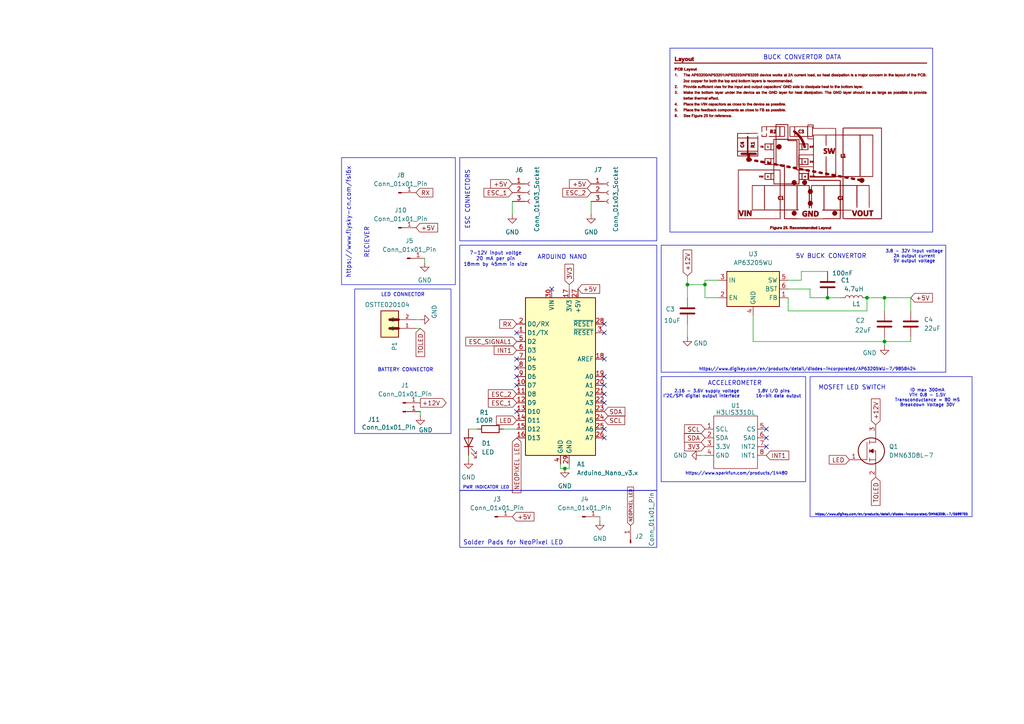
<source format=kicad_sch>
(kicad_sch (version 20250114) (generator "eeschema") (generator_version "9.0")
  (paper "A4")
  (title_block (title "MeltyBrain ") (date "11/17/24") (rev "1") (company "Nathaniel Wheeler"))
  (lib_symbols
    (symbol "Conn_01x01_Pin_1" (pin_names (offset 1.016) (hide yes))
      (property "Reference" "J11" (at -8.382 -2.286 0))
      (property "Value" "Conn_01x01_Pin" (at -4.064 -4.572 0))
      (symbol "Conn_01x01_Pin_1_1_1"
        (pin power_out line (at 5.08 0 180) (length 3.81) (name "Pin_1") (number "1"))
      )
    )
    (symbol "Connector:Conn_01x01_Pin" (pin_names (offset 1.016) (hide yes))
      (property "Reference" "J" (at 0 2.54 0))
      (property "Value" "Conn_01x01_Pin" (at 0 -2.54 0))
      (symbol "Conn_01x01_Pin_1_1"
        (pin passive line (at 5.08 0 180) (length 3.81) (name "Pin_1") (number "1"))
      )
    )
    (symbol "Connector:Conn_01x03_Socket" (pin_names (offset 1.016) (hide yes))
      (property "Reference" "J" (at 0 5.08 0))
      (property "Value" "Conn_01x03_Socket" (at 0 -5.08 0))
      (symbol "Conn_01x03_Socket_1_1"
        (pin passive line (at -5.08 2.54 0) (length 3.81) (name "Pin_1") (number "1"))
        (pin passive line (at -5.08 0 0) (length 3.81) (name "Pin_2") (number "2"))
        (pin passive line (at -5.08 -2.54 0) (length 3.81) (name "Pin_3") (number "3"))
      )
    )
    (symbol "DMN63D8L-7 - lib:DMN63D8L-7" (pin_names (offset 0.762))
      (property "Reference" "Q" (at 11.43 3.81 0))
      (property "Value" "DMN63D8L-7" (at 11.43 1.27 0))
      (symbol "DMN63D8L-7_0_0"
        (pin passive line (at 0 0 0) (length 2.54) (name "~") (number "1"))
        (pin passive line (at 7.62 10.16 270) (length 2.54) (name "~") (number "3"))
        (pin passive line (at 7.62 -5.08 90) (length 2.54) (name "~") (number "2"))
      )
    )
    (symbol "Device:C" (pin_numbers (hide yes)) (pin_names (offset 0.254))
      (property "Reference" "C" (at 0.635 2.54 0))
      (property "Value" "C" (at 0.635 -2.54 0))
      (symbol "C_1_1"
        (pin passive line (at 0 3.81 270) (length 2.794) (name "~") (number "1"))
        (pin passive line (at 0 -3.81 90) (length 2.794) (name "~") (number "2"))
      )
    )
    (symbol "Device:L" (pin_numbers (hide yes)) (pin_names (offset 1.016) (hide yes))
      (property "Reference" "L" (at -1.27 0 90))
      (property "Value" "L" (at 1.905 0 90))
      (symbol "L_1_1"
        (pin passive line (at 0 3.81 270) (length 1.27) (name "1") (number "1"))
        (pin passive line (at 0 -3.81 90) (length 1.27) (name "2") (number "2"))
      )
    )
    (symbol "Device:LED" (pin_numbers (hide yes)) (pin_names (offset 1.016) (hide yes))
      (property "Reference" "D" (at 0 2.54 0))
      (property "Value" "LED" (at 0 -2.54 0))
      (symbol "LED_1_1"
        (pin passive line (at -3.81 0 0) (length 2.54) (name "K") (number "1"))
        (pin passive line (at 3.81 0 180) (length 2.54) (name "A") (number "2"))
      )
    )
    (symbol "Device:R" (pin_numbers (hide yes)) (pin_names (offset 0))
      (property "Reference" "R" (at 2.032 0 90))
      (property "Value" "R" (at 0 0 90))
      (symbol "R_1_1"
        (pin passive line (at 0 3.81 270) (length 1.27) (name "~") (number "1"))
        (pin passive line (at 0 -3.81 90) (length 1.27) (name "~") (number "2"))
      )
    )
    (symbol "MCU_Module:Arduino_Nano_v3.x"
      (property "Reference" "A" (at -10.16 23.495 0))
      (property "Value" "Arduino_Nano_v3.x" (at 5.08 -24.13 0))
      (symbol "Arduino_Nano_v3.x_1_1"
        (pin bidirectional line (at -12.7 15.24 0) (length 2.54) (name "D0/RX") (number "2"))
        (pin bidirectional line (at -12.7 12.7 0) (length 2.54) (name "D1/TX") (number "1"))
        (pin bidirectional line (at -12.7 10.16 0) (length 2.54) (name "D2") (number "5"))
        (pin bidirectional line (at -12.7 7.62 0) (length 2.54) (name "D3") (number "6"))
        (pin bidirectional line (at -12.7 5.08 0) (length 2.54) (name "D4") (number "7"))
        (pin bidirectional line (at -12.7 2.54 0) (length 2.54) (name "D5") (number "8"))
        (pin bidirectional line (at -12.7 0 0) (length 2.54) (name "D6") (number "9"))
        (pin bidirectional line (at -12.7 -2.54 0) (length 2.54) (name "D7") (number "10"))
        (pin bidirectional line (at -12.7 -5.08 0) (length 2.54) (name "D8") (number "11"))
        (pin bidirectional line (at -12.7 -7.62 0) (length 2.54) (name "D9") (number "12"))
        (pin bidirectional line (at -12.7 -10.16 0) (length 2.54) (name "D10") (number "13"))
        (pin bidirectional line (at -12.7 -12.7 0) (length 2.54) (name "D11") (number "14"))
        (pin bidirectional line (at -12.7 -15.24 0) (length 2.54) (name "D12") (number "15"))
        (pin bidirectional line (at -12.7 -17.78 0) (length 2.54) (name "D13") (number "16"))
        (pin power_in line (at -2.54 25.4 270) (length 2.54) (name "VIN") (number "30"))
        (pin power_in line (at 0 -25.4 90) (length 2.54) (name "GND") (number "4"))
        (pin power_out line (at 2.54 25.4 270) (length 2.54) (name "3V3") (number "17"))
        (pin power_in line (at 2.54 -25.4 90) (length 2.54) (name "GND") (number "29"))
        (pin power_out line (at 5.08 25.4 270) (length 2.54) (name "+5V") (number "27"))
        (pin input line (at 12.7 15.24 180) (length 2.54) (name "~{RESET}") (number "28"))
        (pin input line (at 12.7 12.7 180) (length 2.54) (name "~{RESET}") (number "3"))
        (pin input line (at 12.7 5.08 180) (length 2.54) (name "AREF") (number "18"))
        (pin bidirectional line (at 12.7 0 180) (length 2.54) (name "A0") (number "19"))
        (pin bidirectional line (at 12.7 -2.54 180) (length 2.54) (name "A1") (number "20"))
        (pin bidirectional line (at 12.7 -5.08 180) (length 2.54) (name "A2") (number "21"))
        (pin bidirectional line (at 12.7 -7.62 180) (length 2.54) (name "A3") (number "22"))
        (pin bidirectional line (at 12.7 -10.16 180) (length 2.54) (name "A4") (number "23"))
        (pin bidirectional line (at 12.7 -12.7 180) (length 2.54) (name "A5") (number "24"))
        (pin bidirectional line (at 12.7 -15.24 180) (length 2.54) (name "A6") (number "25"))
        (pin bidirectional line (at 12.7 -17.78 180) (length 2.54) (name "A7") (number "26"))
      )
    )
    (symbol "OSTTE020104:OSTTE020104" (pin_names (offset 1.016))
      (property "Reference" "P" (at 0 2.5427 0))
      (property "Value" "OSTTE020104" (at 0 -6.3578 0))
      (symbol "OSTTE020104_0_0"
        (pin passive line (at -5.08 0 0) (length 5.08) (name "1") (number "1"))
        (pin passive line (at -5.08 -2.54 0) (length 5.08) (name "2") (number "2"))
      )
    )
    (symbol "Regulator_Switching:AP63205WU"
      (property "Reference" "U3" (at 0 10.16 0))
      (property "Value" "AP63205WU" (at 0 7.62 0))
      (symbol "AP63205WU_1_1"
        (pin input line (at -10.16 2.54 0) (length 2.54) (name "IN") (number "3"))
        (pin input line (at -10.16 -2.54 0) (length 2.54) (name "EN") (number "2"))
        (pin power_in line (at 0 -7.62 90) (length 2.54) (name "GND") (number "4"))
        (pin output line (at 10.16 2.54 180) (length 2.54) (name "SW") (number "5"))
        (pin passive line (at 10.16 0 180) (length 2.54) (name "BST") (number "6"))
        (pin input line (at 10.16 -2.54 180) (length 2.54) (name "FB") (number "1"))
      )
    )
    (symbol "brainfreeze:H3LIS331DL_"
      (property "Reference" "U1" (at 0 11.43 0))
      (property "Value" "H3LIS331DL" (at 0 8.89 0))
      (symbol "H3LIS331DL__1_1"
        (pin input line (at -8.89 3.81 0) (length 2.54) (name "SCL") (number "1"))
        (pin bidirectional line (at -8.89 1.27 0) (length 2.54) (name "SDA") (number "2"))
        (pin power_in line (at -8.89 -1.27 0) (length 2.54) (name "3.3V") (number "3"))
        (pin power_in line (at -8.89 -3.81 0) (length 2.54) (name "GND") (number "4"))
        (pin input line (at 8.89 3.81 180) (length 2.54) (name "CS") (number "5"))
        (pin input line (at 8.89 1.27 180) (length 2.54) (name "SA0") (number "6"))
        (pin input line (at 8.89 -1.27 180) (length 2.54) (name "INT2") (number "7"))
        (pin input line (at 8.89 -3.81 180) (length 2.54) (name "INT1") (number "8"))
      )
    )
    (symbol "buck:LOGO" (pin_names (offset 1.016)))
    (symbol "power:GND" (power) (pin_numbers (hide yes)) (pin_names (offset 0) (hide yes))
      (property "Value" "GND" (at 0 -3.81 0))
      (symbol "GND_1_1"
        (pin power_in line (at 0 0 270) (length 0) (name "~") (number "1"))
      )
    )
  )
  (rectangle (start 234.95 109.22) (end 281.94 149.86))
  (rectangle (start 99.06 45.72) (end 132.08 82.55))
  (rectangle (start 102.87 83.82) (end 130.81 125.73))
  (rectangle (start 191.77 109.22) (end 233.68 139.7))
  (rectangle (start 133.35 45.72) (end 190.5 69.85))
  (rectangle (start 194.31 13.97) (end 270.51 67.31))
  (rectangle (start 191.77 71.12) (end 274.32 107.95))
  (rectangle (start 133.35 142.24) (end 190.5 158.75))
  (rectangle (start 133.35 71.12) (end 190.5 142.24))
  (text "LED CONNECTOR\n" (at 116.84 85.598 0) (effects (font (size 1.016 1.016))))
  (text "ESC CONNECTORS\n" (at 135.636 57.912 90) (effects (font (size 1.27 1.27))))
  (text "BUCK CONVERTOR DATA\n" (at 232.664 16.764 0) (effects (font (size 1.27 1.27))))
  (text "ACCELEROMETER\n" (at 213.106 111.252 0) (effects (font (size 1.27 1.27))))
  (text "RECIEVER\n" (at 106.426 70.358 90) (effects (font (size 1.27 1.27))))
  (text "ID max 300mA\nVTH 0.8 - 1.5V\nTransconductance = 80 mS\nBreakdown Voltage 30V\n\n\n\n" (at 268.986 117.602 0) (effects (font (size 0.889 0.889))))
  (text "MOSFET LED SWITCH\n" (at 247.142 112.522 0) (effects (font (size 1.27 1.27))))
  (text "https://www.digikey.com/en/products/detail/diodes-incorporated/AP63205WU-7/9858424" (at 234.188 107.188 0) (effects (font (size 0.889 0.889))))
  (text "https://www.flysky-cn.com/fsi6x" (at 101.092 64.516 90) (effects (font (size 1.27 1.27))))
  (text "3.8 - 32V input voltage\n2A output current\n5V output voltage\n" (at 265.176 74.422 0) (effects (font (size 0.889 0.889))))
  (text "Solder Pads for NeoPixel LED\n\n" (at 148.844 158.496 0) (effects (font (size 1.27 1.27))))
  (text "PWR INDICATOR LED" (at 140.97 141.478 0) (effects (font (size 0.889 0.889))))
  (text "7-12V input voltge\n20 mA per pin\n18mm by 45mm in size" (at 143.764 75.184 0) (effects (font (size 1.016 1.016))))
  (text "https://www.sparkfun.com/products/14480" (at 213.614 137.414 0) (effects (font (size 0.889 0.889))))
  (text "BATTERY CONNECTOR\n\n" (at 117.602 108.204 0) (effects (font (size 1.016 1.016))))
  (text "5V BUCK CONVERTOR\n" (at 241.046 74.422 0) (effects (font (size 1.27 1.27))))
  (text "ARDUINO NANO\n\n" (at 163.068 75.692 0) (effects (font (size 1.27 1.27))))
  (text "https://www.digikey.com/en/products/detail/diodes-incorporated/DMN63D8L-7/5699705\n" (at 258.572 149.352 0) (effects (font (size 0.635 0.635))))
  (text "2.16 - 3.6V supply voltage        1.8V I/O pins\nI^2C/SPI digital output interface       16-bit data output\n" (at 212.344 114.3 0) (effects (font (size 0.889 0.889))))
  (junction (at 256.54 86.36))
  (junction (at 163.83 135.89))
  (junction (at 251.46 86.36))
  (junction (at 199.39 82.55))
  (junction (at 204.47 82.55))
  (junction (at 256.54 99.06))
  (junction (at 240.03 86.36))
  (no_connect (at 175.26 96.52))
  (no_connect (at 175.26 124.46))
  (no_connect (at 222.25 124.46))
  (no_connect (at 149.86 106.68))
  (no_connect (at 149.86 119.38))
  (no_connect (at 149.86 109.22))
  (no_connect (at 175.26 114.3))
  (no_connect (at 175.26 127))
  (no_connect (at 175.26 116.84))
  (no_connect (at 160.02 83.82))
  (no_connect (at 149.86 104.14))
  (no_connect (at 222.25 127))
  (no_connect (at 149.86 111.76))
  (no_connect (at 175.26 104.14))
  (no_connect (at 222.25 129.54))
  (no_connect (at 175.26 93.98))
  (no_connect (at 175.26 109.22))
  (no_connect (at 175.26 111.76))
  (no_connect (at 149.86 96.52))
  (wire (pts (xy 199.39 93.98) (xy 199.39 97.79)))
  (wire (pts (xy 256.54 86.36) (xy 264.16 86.36)))
  (wire (pts (xy 162.56 134.62) (xy 162.56 135.89)))
  (wire (pts (xy 234.95 86.36) (xy 240.03 86.36)))
  (wire (pts (xy 251.46 90.17) (xy 228.6 90.17)))
  (wire (pts (xy 199.39 86.36) (xy 199.39 82.55)))
  (wire (pts (xy 256.54 99.06) (xy 218.44 99.06)))
  (wire (pts (xy 121.92 120.65) (xy 121.92 119.38)))
  (wire (pts (xy 120.65 95.25) (xy 121.92 95.25)))
  (wire (pts (xy 204.47 82.55) (xy 204.47 81.28)))
  (wire (pts (xy 228.6 83.82) (xy 234.95 83.82)))
  (wire (pts (xy 199.39 80.01) (xy 199.39 82.55)))
  (wire (pts (xy 146.05 124.46) (xy 149.86 124.46)))
  (wire (pts (xy 234.95 83.82) (xy 234.95 86.36)))
  (wire (pts (xy 232.41 81.28) (xy 232.41 78.74)))
  (wire (pts (xy 203.2 132.08) (xy 204.47 132.08)))
  (wire (pts (xy 204.47 81.28) (xy 208.28 81.28)))
  (wire (pts (xy 264.16 99.06) (xy 256.54 99.06)))
  (wire (pts (xy 218.44 99.06) (xy 218.44 91.44)))
  (wire (pts (xy 264.16 97.79) (xy 264.16 99.06)))
  (wire (pts (xy 199.39 82.55) (xy 204.47 82.55)))
  (wire (pts (xy 228.6 90.17) (xy 228.6 86.36)))
  (wire (pts (xy 165.1 82.55) (xy 165.1 83.82)))
  (wire (pts (xy 135.89 132.08) (xy 135.89 133.35)))
  (wire (pts (xy 251.46 86.36) (xy 256.54 86.36)))
  (wire (pts (xy 165.1 135.89) (xy 163.83 135.89)))
  (wire (pts (xy 171.45 58.42) (xy 171.45 62.23)))
  (wire (pts (xy 208.28 86.36) (xy 204.47 86.36)))
  (wire (pts (xy 256.54 99.06) (xy 256.54 97.79)))
  (wire (pts (xy 148.59 58.42) (xy 148.59 62.23)))
  (wire (pts (xy 173.99 149.86) (xy 173.99 151.13)))
  (wire (pts (xy 228.6 81.28) (xy 232.41 81.28)))
  (wire (pts (xy 240.03 86.36) (xy 243.84 86.36)))
  (wire (pts (xy 123.19 74.93) (xy 123.19 76.2)))
  (wire (pts (xy 264.16 90.17) (xy 264.16 86.36)))
  (wire (pts (xy 165.1 134.62) (xy 165.1 135.89)))
  (wire (pts (xy 135.89 124.46) (xy 138.43 124.46)))
  (wire (pts (xy 251.46 86.36) (xy 251.46 90.17)))
  (wire (pts (xy 204.47 86.36) (xy 204.47 82.55)))
  (wire (pts (xy 232.41 78.74) (xy 240.03 78.74)))
  (wire (pts (xy 120.65 92.71) (xy 121.92 92.71)))
  (wire (pts (xy 162.56 135.89) (xy 163.83 135.89)))
  (wire (pts (xy 256.54 100.33) (xy 256.54 99.06)))
  (wire (pts (xy 256.54 86.36) (xy 256.54 90.17)))
  (global_label "SCL" (shape input) (at 175.26 121.92 0) (property "Intersheetrefs" "${INTERSHEET_REFS}" (effects (hide yes))))
  (global_label "+5V" (shape input) (at 264.16 86.36 0) (property "Intersheetrefs" "${INTERSHEET_REFS}" (effects (hide yes))))
  (global_label "+12V" (shape input) (at 254 123.19 90) (property "Intersheetrefs" "${INTERSHEET_REFS}" (effects (hide yes))))
  (global_label "ESC_1" (shape input) (at 148.59 55.88 180) (property "Intersheetrefs" "${INTERSHEET_REFS}" (effects (hide yes))))
  (global_label "+5V" (shape input) (at 148.59 149.86 0) (property "Intersheetrefs" "${INTERSHEET_REFS}" (effects (hide yes))))
  (global_label "ESC_SIGNAL1" (shape input) (at 149.86 99.06 180) (property "Intersheetrefs" "${INTERSHEET_REFS}" (effects (hide yes))))
  (global_label "3V3" (shape input) (at 204.47 129.54 180) (property "Intersheetrefs" "${INTERSHEET_REFS}" (effects (hide yes))))
  (global_label "ESC_1" (shape input) (at 149.86 116.84 180) (property "Intersheetrefs" "${INTERSHEET_REFS}" (effects (hide yes))))
  (global_label "RX" (shape input) (at 149.86 93.98 180) (property "Intersheetrefs" "${INTERSHEET_REFS}" (effects (hide yes))))
  (global_label "ESC_2" (shape input) (at 171.45 55.88 180) (property "Intersheetrefs" "${INTERSHEET_REFS}" (effects (hide yes))))
  (global_label "+5V" (shape input) (at 148.59 53.34 180) (property "Intersheetrefs" "${INTERSHEET_REFS}" (effects (hide yes))))
  (global_label "+12V" (shape output) (at 121.92 116.84 0) (property "Intersheetrefs" "${INTERSHEET_REFS}" (effects (hide yes))))
  (global_label "LED" (shape input) (at 149.86 121.92 180) (property "Intersheetrefs" "${INTERSHEET_REFS}" (effects (hide yes))))
  (global_label "+5V" (shape input) (at 171.45 53.34 180) (property "Intersheetrefs" "${INTERSHEET_REFS}" (effects (hide yes))))
  (global_label "RX" (shape input) (at 120.65 55.88 0) (property "Intersheetrefs" "${INTERSHEET_REFS}" (effects (hide yes))))
  (global_label "NEOPIXEL LED" (shape input) (at 149.86 127 270) (property "Intersheetrefs" "${INTERSHEET_REFS}" (effects (hide yes))))
  (global_label "3V3" (shape input) (at 165.1 82.55 90) (property "Intersheetrefs" "${INTERSHEET_REFS}" (effects (hide yes))))
  (global_label "INT1" (shape input) (at 149.86 101.6 180) (property "Intersheetrefs" "${INTERSHEET_REFS}" (effects (hide yes))))
  (global_label "SDA" (shape input) (at 175.26 119.38 0) (property "Intersheetrefs" "${INTERSHEET_REFS}" (effects (hide yes))))
  (global_label "+5V" (shape input) (at 120.65 66.04 0) (property "Intersheetrefs" "${INTERSHEET_REFS}" (effects (hide yes))))
  (global_label "+5V" (shape input) (at 167.64 83.82 0) (property "Intersheetrefs" "${INTERSHEET_REFS}" (effects (hide yes))))
  (global_label "TOLED" (shape input) (at 254 138.43 270) (property "Intersheetrefs" "${INTERSHEET_REFS}" (effects (hide yes))))
  (global_label "SDA" (shape input) (at 204.47 127 180) (property "Intersheetrefs" "${INTERSHEET_REFS}" (effects (hide yes))))
  (global_label "+12V" (shape input) (at 199.39 80.01 90) (property "Intersheetrefs" "${INTERSHEET_REFS}" (effects (hide yes))))
  (global_label "TOLED" (shape input) (at 121.92 95.25 270) (property "Intersheetrefs" "${INTERSHEET_REFS}" (effects (hide yes))))
  (global_label "ESC_2" (shape input) (at 149.86 114.3 180) (property "Intersheetrefs" "${INTERSHEET_REFS}" (effects (hide yes))))
  (global_label "INT1" (shape input) (at 222.25 132.08 0) (property "Intersheetrefs" "${INTERSHEET_REFS}" (effects (hide yes))))
  (global_label "NEOPIXEL LED" (shape input) (at 182.88 152.4 90) (effects (font (size 0.889 0.889))) (property "Intersheetrefs" "${INTERSHEET_REFS}" (effects (hide yes))))
  (global_label "LED" (shape input) (at 246.38 133.35 180) (property "Intersheetrefs" "${INTERSHEET_REFS}" (effects (hide yes))))
  (global_label "SCL" (shape input) (at 204.47 124.46 180) (property "Intersheetrefs" "${INTERSHEET_REFS}" (effects (hide yes))))
  (symbol (lib_id "Regulator_Switching:AP63205WU") (at 218.44 83.82 0) (unit 1)
    (property "Reference" "U3" (at 218.44 73.66 0))
    (property "Value" "AP63205WU" (at 218.44 76.2 0))
    (property "Footprint" "Package_TO_SOT_SMD:TSOT-23-6" (effects (hide yes)))
    (property "Datasheet" "https://www.diodes.com/assets/Datasheets/AP63200-AP63201-AP63203-AP63205.pdf" (effects (hide yes)))
    (property "Description" "2A, 1.1MHz Buck DC/DC Converter, fixed 5.0V output voltage, TSOT-23-6" (effects (hide yes)))
  )
  (symbol (lib_id "power:GND") (at 121.92 120.65 0) (unit 1)
    (property "Reference" "#PWR01" (effects (hide yes)))
    (property "Value" "GND" (at 123.444 124.714 0))
    (property "Description" "Power symbol creates a global label with name \"GND\" , ground" (effects (hide yes)))
  )
  (symbol (lib_id "power:GND") (at 203.2 132.08 270) (unit 1)
    (property "Reference" "#PWR05" (effects (hide yes)))
    (property "Value" "GND" (at 199.39 132.0799 90) (effects (justify right)))
    (property "Description" "Power symbol creates a global label with name \"GND\" , ground" (effects (hide yes)))
  )
  (symbol (lib_id "power:GND") (at 199.39 97.79 0) (unit 1)
    (property "Reference" "#PWR07" (effects (hide yes)))
    (property "Value" "GND" (at 203.2 99.568 0))
    (property "Description" "Power symbol creates a global label with name \"GND\" , ground" (effects (hide yes)))
  )
  (symbol (lib_id "Connector:Conn_01x03_Socket") (at 176.53 55.88 0) (unit 1)
    (property "Reference" "J7" (at 172.212 49.276 0) (effects (justify left)))
    (property "Value" "Conn_01x03_Socket" (at 178.562 67.31 90) (effects (justify left)))
    (property "Footprint" "brainfreeze:ESC CON" (effects (hide yes)))
    (property "Description" "Generic connector, single row, 01x03, script generated" (effects (hide yes)))
  )
  (symbol (lib_id "MCU_Module:Arduino_Nano_v3.x") (at 162.56 109.22 0) (unit 1)
    (property "Reference" "A1" (at 167.2941 134.62 0) (effects (justify left)))
    (property "Value" "Arduino_Nano_v3.x" (at 167.2941 137.16 0) (effects (justify left)))
    (property "Footprint" "brainfreeze:NANO_FIT" (effects (hide yes)))
    (property "Datasheet" "http://www.mouser.com/pdfdocs/Gravitech_Arduino_Nano3_0.pdf" (effects (hide yes)))
    (property "Description" "Arduino Nano v3.x" (effects (hide yes)))
  )
  (symbol (lib_id "power:GND") (at 121.92 92.71 90) (unit 1)
    (property "Reference" "#PWR04" (effects (hide yes)))
    (property "Value" "GND" (at 125.984 90.424 0))
    (property "Description" "Power symbol creates a global label with name \"GND\" , ground" (effects (hide yes)))
  )
  (symbol (lib_id "Device:C") (at 264.16 93.98 0) (unit 1)
    (property "Reference" "C4" (at 267.97 92.7099 0) (effects (justify left)))
    (property "Value" "22uF" (at 267.97 95.2499 0) (effects (justify left)))
    (property "Footprint" "Capacitor_SMD:C_1206_3216Metric" (effects (hide yes)))
    (property "Description" "Unpolarized capacitor" (effects (hide yes)))
  )
  (symbol (lib_id "power:GND") (at 171.45 62.23 0) (unit 1)
    (property "Reference" "#PWR011" (effects (hide yes)))
    (property "Value" "GND" (at 171.45 67.31 0))
    (property "Description" "Power symbol creates a global label with name \"GND\" , ground" (effects (hide yes)))
  )
  (symbol (lib_name "Conn_01x01_Pin_1") (lib_id "Connector:Conn_01x01_Pin") (at 116.84 119.38 0) (unit 1)
    (property "Reference" "J11" (at 108.458 121.666 0))
    (property "Value" "Conn_01x01_Pin" (at 112.776 123.952 0))
    (property "Footprint" "Connector_Wire:SolderWire-1sqmm_1x01_D1.4mm_OD2.7mm" (effects (hide yes)))
    (property "Description" "Generic connector, single row, 01x01, script generated" (effects (hide yes)))
  )
  (symbol (lib_id "power:GND") (at 148.59 62.23 0) (unit 1)
    (property "Reference" "#PWR010" (effects (hide yes)))
    (property "Value" "GND" (at 148.59 67.31 0))
    (property "Description" "Power symbol creates a global label with name \"GND\" , ground" (effects (hide yes)))
  )
  (symbol (lib_id "Connector:Conn_01x01_Pin") (at 115.57 66.04 0) (unit 1)
    (property "Reference" "J10" (at 116.205 60.96 0))
    (property "Value" "Conn_01x01_Pin" (at 116.205 63.5 0))
    (property "Footprint" "Connector_Wire:SolderWire-1sqmm_1x01_D1.4mm_OD2.7mm" (effects (hide yes)))
    (property "Description" "Generic connector, single row, 01x01, script generated" (effects (hide yes)))
  )
  (symbol (lib_id "Device:C") (at 256.54 93.98 0) (unit 1)
    (property "Reference" "C2" (at 248.158 92.964 0) (effects (justify left)))
    (property "Value" "22uF" (at 247.904 95.758 0) (effects (justify left)))
    (property "Footprint" "Capacitor_SMD:C_1206_3216Metric" (effects (hide yes)))
    (property "Description" "Unpolarized capacitor" (effects (hide yes)))
  )
  (symbol (lib_id "Connector:Conn_01x01_Pin") (at 168.91 149.86 0) (unit 1)
    (property "Reference" "J4" (at 169.545 144.78 0))
    (property "Value" "Conn_01x01_Pin" (at 169.545 147.32 0))
    (property "Footprint" "Connector_Wire:SolderWire-1sqmm_1x01_D1.4mm_OD2.7mm" (effects (hide yes)))
    (property "Description" "Generic connector, single row, 01x01, script generated" (effects (hide yes)))
  )
  (symbol (lib_id "DMN63D8L-7 - lib:DMN63D8L-7") (at 246.38 133.35 0) (unit 1)
    (property "Reference" "Q1" (at 257.81 129.5399 0) (effects (justify left)))
    (property "Value" "DMN63D8L-7" (at 257.81 132.0799 0) (effects (justify left)))
    (property "Footprint" "brainfreeze:MOSFET" (effects (hide yes)))
    (property "Datasheet" "https://www.diodes.com//assets/Datasheets/DMN63D8L.pdf" (effects (hide yes)))
    (property "Description" "Low On-Resistance  Low Input Capacitance  Fast Switching Speed  Low Input/Output Leakage  ESD Protected Gate  Totally Lead-Free & Fully RoHS Compliant (Notes 1 & 2)  Halogen and Antimony Free. Green Device (Note 3)  Qualified to AEC-Q101 Standards for High Reliability" (effects (hide yes)))
    (property "Description_1" " Low On-Resistance  Low Input Capacitance  Fast Switching Speed  Low Input/Output Leakage  ESD Protected Gate  Totally Lead-Free & Fully RoHS Compliant (Notes 1 & 2)  Halogen and Antimony Free. Green Device (Note 3)  Qualified to AEC-Q101 Standards for High Reliability" (effects (hide yes)))
    (property "Height" "1.1" (effects (hide yes)))
    (property "Mouser Part Number" "621-DMN63D8L-7" (effects (hide yes)))
    (property "Mouser Price/Stock" "https://www.mouser.co.uk/ProductDetail/Diodes-Incorporated/DMN63D8L-7?qs=d6FSPxoZCrGOEU7aEm7SGw%3D%3D" (effects (hide yes)))
    (property "Manufacturer_Name" "Diodes Incorporated" (effects (hide yes)))
    (property "Manufacturer_Part_Number" "DMN63D8L-7" (effects (hide yes)))
  )
  (symbol (lib_id "Device:R") (at 142.24 124.46 90) (unit 1)
    (property "Reference" "R1" (at 140.462 119.634 90))
    (property "Value" "100R" (at 140.462 121.92 90))
    (property "Footprint" "Resistor_SMD:R_0603_1608Metric" (effects (hide yes)))
    (property "Description" "Resistor" (effects (hide yes)))
  )
  (symbol (lib_id "Connector:Conn_01x01_Pin") (at 182.88 157.48 90) (unit 1)
    (property "Reference" "J2" (at 184.15 155.5749 90) (effects (justify right)))
    (property "Value" "Conn_01x01_Pin" (at 188.976 142.748 0) (effects (justify right)))
    (property "Footprint" "Connector_Wire:SolderWire-0.5sqmm_1x01_D0.9mm_OD2.1mm" (effects (hide yes)))
    (property "Description" "Generic connector, single row, 01x01, script generated" (effects (hide yes)))
  )
  (symbol (lib_id "Connector:Conn_01x03_Socket") (at 153.67 55.88 0) (unit 1)
    (property "Reference" "J6" (at 149.352 49.276 0) (effects (justify left)))
    (property "Value" "Conn_01x03_Socket" (at 155.702 67.31 90) (effects (justify left)))
    (property "Footprint" "brainfreeze:ESC CON" (effects (hide yes)))
    (property "Description" "Generic connector, single row, 01x03, script generated" (effects (hide yes)))
  )
  (symbol (lib_id "Connector:Conn_01x01_Pin") (at 115.57 55.88 0) (unit 1)
    (property "Reference" "J8" (at 116.205 50.8 0))
    (property "Value" "Conn_01x01_Pin" (at 116.205 53.34 0))
    (property "Footprint" "Connector_Wire:SolderWire-0.5sqmm_1x01_D0.9mm_OD2.1mm" (effects (hide yes)))
    (property "Description" "Generic connector, single row, 01x01, script generated" (effects (hide yes)))
  )
  (symbol (lib_id "Device:C") (at 240.03 82.55 180) (unit 1)
    (property "Reference" "C1" (at 243.84 81.2799 0) (effects (justify right)))
    (property "Value" "100nF" (at 241.3 79.248 0) (effects (justify right)))
    (property "Footprint" "Capacitor_SMD:C_0402_1005Metric" (effects (hide yes)))
    (property "Description" "Unpolarized capacitor" (effects (hide yes)))
  )
  (symbol (lib_id "power:GND") (at 135.89 133.35 0) (unit 1)
    (property "Reference" "#PWR03" (effects (hide yes)))
    (property "Value" "GND" (at 135.89 138.43 0))
    (property "Description" "Power symbol creates a global label with name \"GND\" , ground" (effects (hide yes)))
  )
  (symbol (lib_id "Device:L") (at 247.65 86.36 90) (unit 1)
    (property "Reference" "L1" (at 248.412 88.138 90))
    (property "Value" "4.7uH" (at 247.65 83.82 90))
    (property "Footprint" "Inductor_SMD:L_1210_3225Metric" (effects (hide yes)))
    (property "Description" "Inductor" (effects (hide yes)))
  )
  (symbol (lib_id "buck:LOGO") (at 232.41 41.91 0) (unit 1)
    (property "Reference" "#G1" (effects (hide yes)))
    (property "Value" "LOGO" (effects (hide yes)))
  )
  (symbol (lib_id "brainfreeze:H3LIS331DL_") (at 213.36 128.27 0) (unit 1)
    (property "Reference" "U1" (at 213.36 117.602 0))
    (property "Value" "H3LIS331DL" (at 213.36 119.634 0))
    (property "Footprint" "brainfreeze:Accelerometer" (effects (hide yes)))
  )
  (symbol (lib_id "Device:C") (at 199.39 90.17 0) (unit 1)
    (property "Reference" "C3" (at 193.04 89.662 0) (effects (justify left)))
    (property "Value" "10uF" (at 192.532 92.964 0) (effects (justify left)))
    (property "Footprint" "Capacitor_SMD:C_0805_2012Metric" (effects (hide yes)))
    (property "Description" "Unpolarized capacitor" (effects (hide yes)))
  )
  (symbol (lib_id "power:GND") (at 163.83 135.89 0) (unit 1)
    (property "Reference" "#PWR02" (effects (hide yes)))
    (property "Value" "GND" (at 163.83 140.97 0))
    (property "Description" "Power symbol creates a global label with name \"GND\" , ground" (effects (hide yes)))
  )
  (symbol (lib_id "OSTTE020104:OSTTE020104") (at 115.57 95.25 180) (unit 1)
    (property "Reference" "P1" (at 114.4271 99.06 90) (effects (justify left)))
    (property "Value" "OSTTE020104" (at 118.872 88.392 0) (effects (justify left)))
    (property "Footprint" "brainfreeze:OST_OSTTE020104" (effects (hide yes)))
    (property "MANUFACTURER" "On Shore Technology Inc." (effects (hide yes)))
  )
  (symbol (lib_id "power:GND") (at 173.99 151.13 0) (unit 1)
    (property "Reference" "#PWR08" (effects (hide yes)))
    (property "Value" "GND" (at 173.99 156.21 0))
    (property "Description" "Power symbol creates a global label with name \"GND\" , ground" (effects (hide yes)))
  )
  (symbol (lib_id "power:GND") (at 123.19 76.2 0) (unit 1)
    (property "Reference" "#PWR09" (effects (hide yes)))
    (property "Value" "GND" (at 123.19 81.28 0))
    (property "Description" "Power symbol creates a global label with name \"GND\" , ground" (effects (hide yes)))
  )
  (symbol (lib_id "power:GND") (at 256.54 100.33 0) (unit 1)
    (property "Reference" "#PWR06" (effects (hide yes)))
    (property "Value" "GND" (at 252.222 102.362 0))
    (property "Description" "Power symbol creates a global label with name \"GND\" , ground" (effects (hide yes)))
  )
  (symbol (lib_id "Device:LED") (at 135.89 128.27 90) (unit 1)
    (property "Reference" "D1" (at 139.7 128.5874 90) (effects (justify right)))
    (property "Value" "LED" (at 139.7 131.1274 90) (effects (justify right)))
    (property "Footprint" "LED_SMD:LED_0603_1608Metric" (effects (hide yes)))
    (property "Description" "Light emitting diode" (effects (hide yes)))
  )
  (symbol (lib_id "Connector:Conn_01x01_Pin") (at 143.51 149.86 0) (unit 1)
    (property "Reference" "J3" (at 144.145 144.78 0))
    (property "Value" "Conn_01x01_Pin" (at 144.145 147.32 0))
    (property "Footprint" "Connector_Wire:SolderWire-1sqmm_1x01_D1.4mm_OD2.7mm" (effects (hide yes)))
    (property "Description" "Generic connector, single row, 01x01, script generated" (effects (hide yes)))
  )
  (symbol (lib_id "Connector:Conn_01x01_Pin") (at 118.11 74.93 0) (unit 1)
    (property "Reference" "J5" (at 118.745 69.85 0))
    (property "Value" "Conn_01x01_Pin" (at 118.745 72.39 0))
    (property "Footprint" "Connector_Wire:SolderWire-1sqmm_1x01_D1.4mm_OD2.7mm" (effects (hide yes)))
    (property "Description" "Generic connector, single row, 01x01, script generated" (effects (hide yes)))
  )
  (symbol (lib_id "Connector:Conn_01x01_Pin") (at 116.84 116.84 0) (unit 1)
    (property "Reference" "J1" (at 117.475 111.76 0))
    (property "Value" "Conn_01x01_Pin" (at 117.475 114.3 0))
    (property "Footprint" "Connector_Wire:SolderWire-1sqmm_1x01_D1.4mm_OD2.7mm" (effects (hide yes)))
    (property "Description" "Generic connector, single row, 01x01, script generated" (effects (hide yes)))
  )
)
</source>
